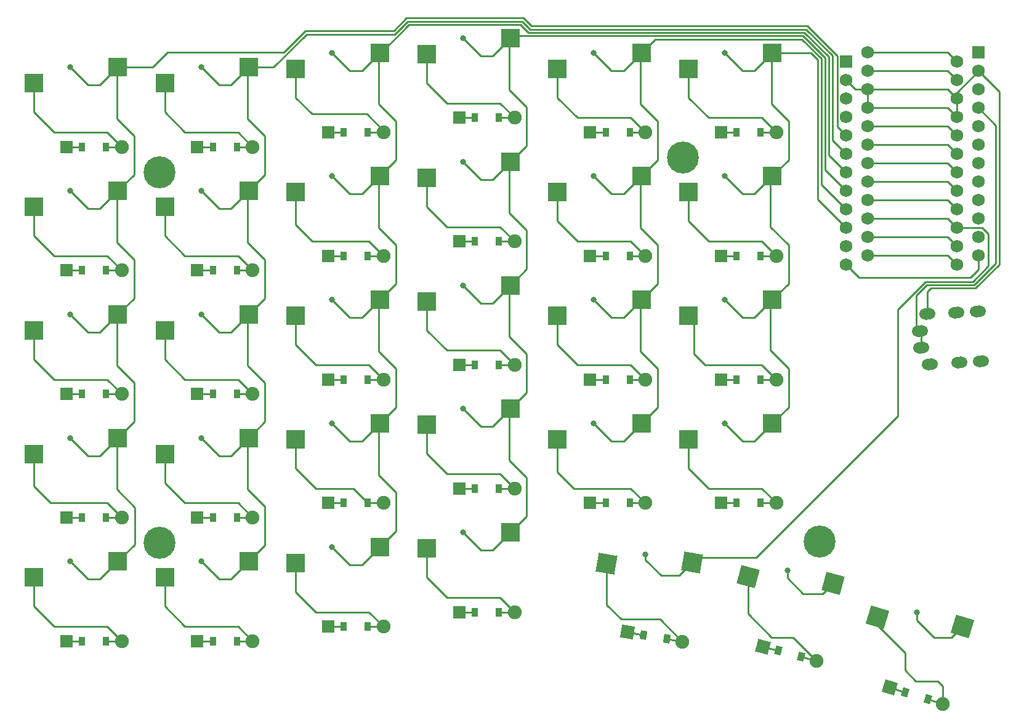
<source format=gbr>
%TF.GenerationSoftware,KiCad,Pcbnew,8.0.4*%
%TF.CreationDate,2024-10-05T17:03:56-04:00*%
%TF.ProjectId,mzizzi-split62,6d7a697a-7a69-42d7-9370-6c697436322e,v1.0.0*%
%TF.SameCoordinates,Original*%
%TF.FileFunction,Copper,L1,Top*%
%TF.FilePolarity,Positive*%
%FSLAX46Y46*%
G04 Gerber Fmt 4.6, Leading zero omitted, Abs format (unit mm)*
G04 Created by KiCad (PCBNEW 8.0.4) date 2024-10-05 17:03:56*
%MOMM*%
%LPD*%
G01*
G04 APERTURE LIST*
G04 Aperture macros list*
%AMHorizOval*
0 Thick line with rounded ends*
0 $1 width*
0 $2 $3 position (X,Y) of the first rounded end (center of the circle)*
0 $4 $5 position (X,Y) of the second rounded end (center of the circle)*
0 Add line between two ends*
20,1,$1,$2,$3,$4,$5,0*
0 Add two circle primitives to create the rounded ends*
1,1,$1,$2,$3*
1,1,$1,$4,$5*%
%AMRotRect*
0 Rectangle, with rotation*
0 The origin of the aperture is its center*
0 $1 length*
0 $2 width*
0 $3 Rotation angle, in degrees counterclockwise*
0 Add horizontal line*
21,1,$1,$2,0,0,$3*%
G04 Aperture macros list end*
%TA.AperFunction,ComponentPad*%
%ADD10R,1.752600X1.752600*%
%TD*%
%TA.AperFunction,ComponentPad*%
%ADD11C,1.752600*%
%TD*%
%TA.AperFunction,SMDPad,CuDef*%
%ADD12R,2.600000X2.600000*%
%TD*%
%TA.AperFunction,ComponentPad*%
%ADD13HorizOval,1.600000X-0.299472X-0.017792X0.299472X0.017792X0*%
%TD*%
%TA.AperFunction,ComponentPad*%
%ADD14R,1.778000X1.778000*%
%TD*%
%TA.AperFunction,SMDPad,CuDef*%
%ADD15R,0.900000X1.200000*%
%TD*%
%TA.AperFunction,ComponentPad*%
%ADD16C,1.905000*%
%TD*%
%TA.AperFunction,ComponentPad*%
%ADD17C,0.700000*%
%TD*%
%TA.AperFunction,ComponentPad*%
%ADD18C,4.400000*%
%TD*%
%TA.AperFunction,SMDPad,CuDef*%
%ADD19RotRect,2.600000X2.600000X345.000000*%
%TD*%
%TA.AperFunction,ComponentPad*%
%ADD20RotRect,1.778000X1.778000X343.000000*%
%TD*%
%TA.AperFunction,SMDPad,CuDef*%
%ADD21RotRect,0.900000X1.200000X343.000000*%
%TD*%
%TA.AperFunction,SMDPad,CuDef*%
%ADD22RotRect,2.600000X2.600000X350.000000*%
%TD*%
%TA.AperFunction,ComponentPad*%
%ADD23RotRect,1.778000X1.778000X350.000000*%
%TD*%
%TA.AperFunction,SMDPad,CuDef*%
%ADD24RotRect,0.900000X1.200000X350.000000*%
%TD*%
%TA.AperFunction,SMDPad,CuDef*%
%ADD25RotRect,2.600000X2.600000X343.000000*%
%TD*%
%TA.AperFunction,ComponentPad*%
%ADD26RotRect,1.778000X1.778000X345.000000*%
%TD*%
%TA.AperFunction,SMDPad,CuDef*%
%ADD27RotRect,0.900000X1.200000X345.000000*%
%TD*%
%TA.AperFunction,ViaPad*%
%ADD28C,0.800000*%
%TD*%
%TA.AperFunction,Conductor*%
%ADD29C,0.250000*%
%TD*%
G04 APERTURE END LIST*
D10*
%TO.P,MCU2,1*%
%TO.N,RAW*%
X271620000Y-74030000D03*
D11*
%TO.P,MCU2,2*%
%TO.N,GND*%
X271620000Y-76570000D03*
%TO.P,MCU2,3*%
%TO.N,RUN*%
X271620000Y-79110000D03*
%TO.P,MCU2,4*%
%TO.N,VCC*%
X271620000Y-81650000D03*
%TO.P,MCU2,5*%
%TO.N,D29*%
X271620000Y-84190000D03*
%TO.P,MCU2,6*%
%TO.N,D28*%
X271620000Y-86730000D03*
%TO.P,MCU2,7*%
%TO.N,D27*%
X271620000Y-89270000D03*
%TO.P,MCU2,8*%
%TO.N,D26*%
X271620000Y-91810000D03*
%TO.P,MCU2,9*%
%TO.N,D22*%
X271620000Y-94350000D03*
%TO.P,MCU2,10*%
%TO.N,D20*%
X271620000Y-96890000D03*
%TO.P,MCU2,11*%
%TO.N,D23*%
X271620000Y-99430000D03*
%TO.P,MCU2,12*%
%TO.N,D21*%
X271620000Y-101970000D03*
%TO.P,MCU2,13*%
%TO.N,D0*%
X256380000Y-74030000D03*
%TO.P,MCU2,14*%
%TO.N,D1*%
X256380000Y-76570000D03*
%TO.P,MCU2,15*%
%TO.N,GND*%
X256380000Y-79110000D03*
%TO.P,MCU2,16*%
X256380000Y-81650000D03*
%TO.P,MCU2,17*%
%TO.N,D2*%
X256380000Y-84190000D03*
%TO.P,MCU2,18*%
%TO.N,D3*%
X256380000Y-86730000D03*
%TO.P,MCU2,19*%
%TO.N,D4*%
X256380000Y-89270000D03*
%TO.P,MCU2,20*%
%TO.N,D5*%
X256380000Y-91810000D03*
%TO.P,MCU2,21*%
%TO.N,D6*%
X256380000Y-94350000D03*
%TO.P,MCU2,22*%
%TO.N,D7*%
X256380000Y-96890000D03*
%TO.P,MCU2,23*%
%TO.N,D8*%
X256380000Y-99430000D03*
%TO.P,MCU2,24*%
%TO.N,D9*%
X256380000Y-101970000D03*
%TD*%
D12*
%TO.P,S11,1*%
%TO.N,D27*%
X189275000Y-142050000D03*
%TO.P,S11,2*%
%TO.N,ring_mod*%
X177725000Y-144250000D03*
%TD*%
D13*
%TO.P,TRRS1,1*%
%TO.N,VCC*%
X263583485Y-112374210D03*
X263719890Y-114670162D03*
%TO.P,TRRS1,2*%
%TO.N,GND*%
X264545144Y-110013022D03*
X264954358Y-116900877D03*
%TO.P,TRRS1,3*%
%TO.N,D1*%
X268538104Y-109775796D03*
X268947318Y-116663651D03*
%TO.P,TRRS1,4*%
%TO.N,D0*%
X271532823Y-109597877D03*
X271942037Y-116485732D03*
%TD*%
D14*
%TO.P,D23,1*%
%TO.N,D3*%
X218190000Y-102000000D03*
D15*
X220350000Y-102000000D03*
%TO.P,D23,2*%
%TO.N,index_top*%
X223650000Y-102000000D03*
D16*
X225810000Y-102000000D03*
%TD*%
D12*
%TO.P,S3,1*%
%TO.N,D29*%
X153275000Y-110050000D03*
%TO.P,S3,2*%
%TO.N,outer_home*%
X141725000Y-112250000D03*
%TD*%
%TO.P,S1,1*%
%TO.N,D29*%
X153275000Y-144050000D03*
%TO.P,S1,2*%
%TO.N,outer_mod*%
X141725000Y-146250000D03*
%TD*%
D14*
%TO.P,D9,1*%
%TO.N,D3*%
X164190000Y-104000000D03*
D15*
X166350000Y-104000000D03*
%TO.P,D9,2*%
%TO.N,pinky_top*%
X169650000Y-104000000D03*
D16*
X171810000Y-104000000D03*
%TD*%
D14*
%TO.P,D20,1*%
%TO.N,D2*%
X200190000Y-83000000D03*
D15*
X202350000Y-83000000D03*
%TO.P,D20,2*%
%TO.N,middle_num*%
X205650000Y-83000000D03*
D16*
X207810000Y-83000000D03*
%TD*%
D14*
%TO.P,D19,1*%
%TO.N,D3*%
X200190000Y-100000000D03*
D15*
X202350000Y-100000000D03*
%TO.P,D19,2*%
%TO.N,middle_top*%
X205650000Y-100000000D03*
D16*
X207810000Y-100000000D03*
%TD*%
D12*
%TO.P,S9,1*%
%TO.N,D28*%
X171275000Y-93050000D03*
%TO.P,S9,2*%
%TO.N,pinky_top*%
X159725000Y-95250000D03*
%TD*%
%TO.P,S8,1*%
%TO.N,D28*%
X171275000Y-110050000D03*
%TO.P,S8,2*%
%TO.N,pinky_home*%
X159725000Y-112250000D03*
%TD*%
%TO.P,S6,1*%
%TO.N,D28*%
X171275000Y-144050000D03*
%TO.P,S6,2*%
%TO.N,pinky_mod*%
X159725000Y-146250000D03*
%TD*%
%TO.P,S27,1*%
%TO.N,D20*%
X243275000Y-91050000D03*
%TO.P,S27,2*%
%TO.N,inner_top*%
X231725000Y-93250000D03*
%TD*%
D17*
%TO.P,_1,1*%
%TO.N,N/C*%
X248204516Y-140866326D03*
X248973294Y-139864434D03*
X248369352Y-142118376D03*
X250225344Y-139699598D03*
D18*
X249798294Y-141293376D03*
D17*
X249371244Y-142887154D03*
X251227236Y-140468376D03*
X250623294Y-142722318D03*
X251392072Y-141720426D03*
%TD*%
D12*
%TO.P,S16,1*%
%TO.N,D26*%
X207275000Y-140050000D03*
%TO.P,S16,2*%
%TO.N,middle_mod*%
X195725000Y-142250000D03*
%TD*%
D14*
%TO.P,D11,1*%
%TO.N,D6*%
X182190000Y-153000000D03*
D15*
X184350000Y-153000000D03*
%TO.P,D11,2*%
%TO.N,ring_mod*%
X187650000Y-153000000D03*
D16*
X189810000Y-153000000D03*
%TD*%
D10*
%TO.P,MCU1,1*%
%TO.N,RAW*%
X253380000Y-75280000D03*
D11*
%TO.P,MCU1,2*%
%TO.N,GND*%
X253380000Y-77820000D03*
%TO.P,MCU1,3*%
%TO.N,RUN*%
X253380000Y-80360000D03*
%TO.P,MCU1,4*%
%TO.N,VCC*%
X253380000Y-82900000D03*
%TO.P,MCU1,5*%
%TO.N,D29*%
X253380000Y-85440000D03*
%TO.P,MCU1,6*%
%TO.N,D28*%
X253380000Y-87980000D03*
%TO.P,MCU1,7*%
%TO.N,D27*%
X253380000Y-90520000D03*
%TO.P,MCU1,8*%
%TO.N,D26*%
X253380000Y-93060000D03*
%TO.P,MCU1,9*%
%TO.N,D22*%
X253380000Y-95600000D03*
%TO.P,MCU1,10*%
%TO.N,D20*%
X253380000Y-98140000D03*
%TO.P,MCU1,11*%
%TO.N,D23*%
X253380000Y-100680000D03*
%TO.P,MCU1,12*%
%TO.N,D21*%
X253380000Y-103220000D03*
%TO.P,MCU1,13*%
%TO.N,D0*%
X268620000Y-75280000D03*
%TO.P,MCU1,14*%
%TO.N,D1*%
X268620000Y-77820000D03*
%TO.P,MCU1,15*%
%TO.N,GND*%
X268620000Y-80360000D03*
%TO.P,MCU1,16*%
X268620000Y-82900000D03*
%TO.P,MCU1,17*%
%TO.N,D2*%
X268620000Y-85440000D03*
%TO.P,MCU1,18*%
%TO.N,D3*%
X268620000Y-87980000D03*
%TO.P,MCU1,19*%
%TO.N,D4*%
X268620000Y-90520000D03*
%TO.P,MCU1,20*%
%TO.N,D5*%
X268620000Y-93060000D03*
%TO.P,MCU1,21*%
%TO.N,D6*%
X268620000Y-95600000D03*
%TO.P,MCU1,22*%
%TO.N,D7*%
X268620000Y-98140000D03*
%TO.P,MCU1,23*%
%TO.N,D8*%
X268620000Y-100680000D03*
%TO.P,MCU1,24*%
%TO.N,D9*%
X268620000Y-103220000D03*
%TD*%
D14*
%TO.P,D7,1*%
%TO.N,D5*%
X164190000Y-138000000D03*
D15*
X166350000Y-138000000D03*
%TO.P,D7,2*%
%TO.N,pinky_bottom*%
X169650000Y-138000000D03*
D16*
X171810000Y-138000000D03*
%TD*%
D14*
%TO.P,D2,1*%
%TO.N,D5*%
X146190000Y-138000000D03*
D15*
X148350000Y-138000000D03*
%TO.P,D2,2*%
%TO.N,outer_bottom*%
X151650000Y-138000000D03*
D16*
X153810000Y-138000000D03*
%TD*%
D14*
%TO.P,D8,1*%
%TO.N,D4*%
X164190000Y-121000000D03*
D15*
X166350000Y-121000000D03*
%TO.P,D8,2*%
%TO.N,pinky_home*%
X169650000Y-121000000D03*
D16*
X171810000Y-121000000D03*
%TD*%
D12*
%TO.P,S28,1*%
%TO.N,D20*%
X243275000Y-74050000D03*
%TO.P,S28,2*%
%TO.N,inner_num*%
X231725000Y-76250000D03*
%TD*%
%TO.P,S2,1*%
%TO.N,D29*%
X153275000Y-127050000D03*
%TO.P,S2,2*%
%TO.N,outer_bottom*%
X141725000Y-129250000D03*
%TD*%
D14*
%TO.P,D12,1*%
%TO.N,D5*%
X182190000Y-136000000D03*
D15*
X184350000Y-136000000D03*
%TO.P,D12,2*%
%TO.N,ring_bottom*%
X187650000Y-136000000D03*
D16*
X189810000Y-136000000D03*
%TD*%
D12*
%TO.P,S10,1*%
%TO.N,D28*%
X171275000Y-76050000D03*
%TO.P,S10,2*%
%TO.N,pinky_num*%
X159725000Y-78250000D03*
%TD*%
%TO.P,S19,1*%
%TO.N,D26*%
X207275000Y-89050000D03*
%TO.P,S19,2*%
%TO.N,middle_top*%
X195725000Y-91250000D03*
%TD*%
D17*
%TO.P,_2,1*%
%TO.N,N/C*%
X229350000Y-88500000D03*
X229833274Y-87333274D03*
X229833274Y-89666726D03*
X231000000Y-86850000D03*
D18*
X231000000Y-88500000D03*
D17*
X231000000Y-90150000D03*
X232166726Y-87333274D03*
X232166726Y-89666726D03*
X232650000Y-88500000D03*
%TD*%
D12*
%TO.P,S20,1*%
%TO.N,D26*%
X207275000Y-72050000D03*
%TO.P,S20,2*%
%TO.N,middle_num*%
X195725000Y-74250000D03*
%TD*%
%TO.P,S14,1*%
%TO.N,D27*%
X189275000Y-91050000D03*
%TO.P,S14,2*%
%TO.N,ring_top*%
X177725000Y-93250000D03*
%TD*%
D14*
%TO.P,D13,1*%
%TO.N,D4*%
X182190000Y-119000000D03*
D15*
X184350000Y-119000000D03*
%TO.P,D13,2*%
%TO.N,ring_home*%
X187650000Y-119000000D03*
D16*
X189810000Y-119000000D03*
%TD*%
D14*
%TO.P,D18,1*%
%TO.N,D4*%
X200190000Y-117000000D03*
D15*
X202350000Y-117000000D03*
%TO.P,D18,2*%
%TO.N,middle_home*%
X205650000Y-117000000D03*
D16*
X207810000Y-117000000D03*
%TD*%
D14*
%TO.P,D21,1*%
%TO.N,D5*%
X218190000Y-136000000D03*
D15*
X220350000Y-136000000D03*
%TO.P,D21,2*%
%TO.N,index_bottom*%
X223650000Y-136000000D03*
D16*
X225810000Y-136000000D03*
%TD*%
D12*
%TO.P,S23,1*%
%TO.N,D22*%
X225275000Y-91050000D03*
%TO.P,S23,2*%
%TO.N,index_top*%
X213725000Y-93250000D03*
%TD*%
D17*
%TO.P,_3,1*%
%TO.N,N/C*%
X157350000Y-90500000D03*
X157833274Y-89333274D03*
X157833274Y-91666726D03*
X159000000Y-88850000D03*
D18*
X159000000Y-90500000D03*
D17*
X159000000Y-92150000D03*
X160166726Y-89333274D03*
X160166726Y-91666726D03*
X160650000Y-90500000D03*
%TD*%
D14*
%TO.P,D26,1*%
%TO.N,D4*%
X236190000Y-119000000D03*
D15*
X238350000Y-119000000D03*
%TO.P,D26,2*%
%TO.N,inner_home*%
X241650000Y-119000000D03*
D16*
X243810000Y-119000000D03*
%TD*%
D12*
%TO.P,S22,1*%
%TO.N,D22*%
X225275000Y-108050000D03*
%TO.P,S22,2*%
%TO.N,index_home*%
X213725000Y-110250000D03*
%TD*%
D14*
%TO.P,D28,1*%
%TO.N,D2*%
X236190000Y-85000000D03*
D15*
X238350000Y-85000000D03*
%TO.P,D28,2*%
%TO.N,inner_num*%
X241650000Y-85000000D03*
D16*
X243810000Y-85000000D03*
%TD*%
D14*
%TO.P,D25,1*%
%TO.N,D5*%
X236190000Y-136000000D03*
D15*
X238350000Y-136000000D03*
%TO.P,D25,2*%
%TO.N,inner_bottom*%
X241650000Y-136000000D03*
D16*
X243810000Y-136000000D03*
%TD*%
D12*
%TO.P,S13,1*%
%TO.N,D27*%
X189275000Y-108050000D03*
%TO.P,S13,2*%
%TO.N,ring_home*%
X177725000Y-110250000D03*
%TD*%
D14*
%TO.P,D6,1*%
%TO.N,D6*%
X164190000Y-155000000D03*
D15*
X166350000Y-155000000D03*
%TO.P,D6,2*%
%TO.N,pinky_mod*%
X169650000Y-155000000D03*
D16*
X171810000Y-155000000D03*
%TD*%
D12*
%TO.P,S7,1*%
%TO.N,D28*%
X171275000Y-127050000D03*
%TO.P,S7,2*%
%TO.N,pinky_bottom*%
X159725000Y-129250000D03*
%TD*%
%TO.P,S25,1*%
%TO.N,D20*%
X243275000Y-125050000D03*
%TO.P,S25,2*%
%TO.N,inner_bottom*%
X231725000Y-127250000D03*
%TD*%
%TO.P,S18,1*%
%TO.N,D26*%
X207275000Y-106050000D03*
%TO.P,S18,2*%
%TO.N,middle_home*%
X195725000Y-108250000D03*
%TD*%
D19*
%TO.P,S30,1*%
%TO.N,D8*%
X251654665Y-147018934D03*
%TO.P,S30,2*%
%TO.N,thumbMiddle_thumb*%
X239928820Y-146154611D03*
%TD*%
D14*
%TO.P,D3,1*%
%TO.N,D4*%
X146190000Y-121000000D03*
D15*
X148350000Y-121000000D03*
%TO.P,D3,2*%
%TO.N,outer_home*%
X151650000Y-121000000D03*
D16*
X153810000Y-121000000D03*
%TD*%
D14*
%TO.P,D27,1*%
%TO.N,D3*%
X236190000Y-102000000D03*
D15*
X238350000Y-102000000D03*
%TO.P,D27,2*%
%TO.N,inner_top*%
X241650000Y-102000000D03*
D16*
X243810000Y-102000000D03*
%TD*%
D12*
%TO.P,S24,1*%
%TO.N,D22*%
X225275000Y-74050000D03*
%TO.P,S24,2*%
%TO.N,index_num*%
X213725000Y-76250000D03*
%TD*%
D20*
%TO.P,D31,1*%
%TO.N,D23*%
X259442282Y-161390555D03*
D21*
X261507900Y-162022078D03*
%TO.P,D31,2*%
%TO.N,thumbOuter_thumb*%
X264663706Y-162986904D03*
D16*
X266729324Y-163618427D03*
%TD*%
D12*
%TO.P,S12,1*%
%TO.N,D27*%
X189275000Y-125050000D03*
%TO.P,S12,2*%
%TO.N,ring_bottom*%
X177725000Y-127250000D03*
%TD*%
%TO.P,S5,1*%
%TO.N,D29*%
X153275000Y-76050000D03*
%TO.P,S5,2*%
%TO.N,outer_num*%
X141725000Y-78250000D03*
%TD*%
D14*
%TO.P,D10,1*%
%TO.N,D2*%
X164190000Y-87000000D03*
D15*
X166350000Y-87000000D03*
%TO.P,D10,2*%
%TO.N,pinky_num*%
X169650000Y-87000000D03*
D16*
X171810000Y-87000000D03*
%TD*%
D22*
%TO.P,S29,1*%
%TO.N,D7*%
X232258452Y-144209092D03*
%TO.P,S29,2*%
%TO.N,thumbInner_thumb*%
X220501897Y-144370032D03*
%TD*%
D23*
%TO.P,D29,1*%
%TO.N,D23*%
X223379640Y-153762439D03*
D24*
X225506826Y-154137520D03*
%TO.P,D29,2*%
%TO.N,thumbInner_thumb*%
X228756692Y-154710558D03*
D16*
X230883878Y-155085639D03*
%TD*%
D14*
%TO.P,D17,1*%
%TO.N,D5*%
X200190000Y-134000000D03*
D15*
X202350000Y-134000000D03*
%TO.P,D17,2*%
%TO.N,middle_bottom*%
X205650000Y-134000000D03*
D16*
X207810000Y-134000000D03*
%TD*%
D12*
%TO.P,S15,1*%
%TO.N,D27*%
X189275000Y-74050000D03*
%TO.P,S15,2*%
%TO.N,ring_num*%
X177725000Y-76250000D03*
%TD*%
D14*
%TO.P,D15,1*%
%TO.N,D2*%
X182190000Y-85000000D03*
D15*
X184350000Y-85000000D03*
%TO.P,D15,2*%
%TO.N,ring_num*%
X187650000Y-85000000D03*
D16*
X189810000Y-85000000D03*
%TD*%
D14*
%TO.P,D5,1*%
%TO.N,D2*%
X146190000Y-87000000D03*
D15*
X148350000Y-87000000D03*
%TO.P,D5,2*%
%TO.N,outer_num*%
X151650000Y-87000000D03*
D16*
X153810000Y-87000000D03*
%TD*%
D12*
%TO.P,S4,1*%
%TO.N,D29*%
X153275000Y-93050000D03*
%TO.P,S4,2*%
%TO.N,outer_top*%
X141725000Y-95250000D03*
%TD*%
D17*
%TO.P,_4,1*%
%TO.N,N/C*%
X157350000Y-141500000D03*
X157833274Y-140333274D03*
X157833274Y-142666726D03*
X159000000Y-139850000D03*
D18*
X159000000Y-141500000D03*
D17*
X159000000Y-143150000D03*
X160166726Y-140333274D03*
X160166726Y-142666726D03*
X160650000Y-141500000D03*
%TD*%
D12*
%TO.P,S26,1*%
%TO.N,D20*%
X243275000Y-108050000D03*
%TO.P,S26,2*%
%TO.N,inner_home*%
X231725000Y-110250000D03*
%TD*%
D14*
%TO.P,D24,1*%
%TO.N,D2*%
X218190000Y-85000000D03*
D15*
X220350000Y-85000000D03*
%TO.P,D24,2*%
%TO.N,index_num*%
X223650000Y-85000000D03*
D16*
X225810000Y-85000000D03*
%TD*%
D25*
%TO.P,S31,1*%
%TO.N,D9*%
X269419171Y-152990472D03*
%TO.P,S31,2*%
%TO.N,thumbOuter_thumb*%
X257730633Y-151717449D03*
%TD*%
D12*
%TO.P,S17,1*%
%TO.N,D26*%
X207275000Y-123050000D03*
%TO.P,S17,2*%
%TO.N,middle_bottom*%
X195725000Y-125250000D03*
%TD*%
D14*
%TO.P,D1,1*%
%TO.N,D6*%
X146190000Y-155000000D03*
D15*
X148350000Y-155000000D03*
%TO.P,D1,2*%
%TO.N,outer_mod*%
X151650000Y-155000000D03*
D16*
X153810000Y-155000000D03*
%TD*%
D14*
%TO.P,D22,1*%
%TO.N,D4*%
X218190000Y-119000000D03*
D15*
X220350000Y-119000000D03*
%TO.P,D22,2*%
%TO.N,index_home*%
X223650000Y-119000000D03*
D16*
X225810000Y-119000000D03*
%TD*%
D14*
%TO.P,D4,1*%
%TO.N,D3*%
X146190000Y-104000000D03*
D15*
X148350000Y-104000000D03*
%TO.P,D4,2*%
%TO.N,outer_top*%
X151650000Y-104000000D03*
D16*
X153810000Y-104000000D03*
%TD*%
D26*
%TO.P,D30,1*%
%TO.N,D23*%
X241977012Y-155762088D03*
D27*
X244063411Y-156321140D03*
%TO.P,D30,2*%
%TO.N,thumbMiddle_thumb*%
X247250967Y-157175240D03*
D16*
X249337366Y-157734292D03*
%TD*%
D14*
%TO.P,D16,1*%
%TO.N,D6*%
X200190000Y-151000000D03*
D15*
X202350000Y-151000000D03*
%TO.P,D16,2*%
%TO.N,middle_mod*%
X205650000Y-151000000D03*
D16*
X207810000Y-151000000D03*
%TD*%
D12*
%TO.P,S21,1*%
%TO.N,D22*%
X225275000Y-125050000D03*
%TO.P,S21,2*%
%TO.N,index_bottom*%
X213725000Y-127250000D03*
%TD*%
D14*
%TO.P,D14,1*%
%TO.N,D3*%
X182190000Y-102000000D03*
D15*
X184350000Y-102000000D03*
%TO.P,D14,2*%
%TO.N,ring_top*%
X187650000Y-102000000D03*
D16*
X189810000Y-102000000D03*
%TD*%
D28*
%TO.N,D22*%
X218725000Y-91050000D03*
%TO.N,D9*%
X263155375Y-151075437D03*
%TO.N,D8*%
X245327851Y-145323669D03*
%TO.N,D7*%
X225807961Y-143071696D03*
%TO.N,D29*%
X146725000Y-144050000D03*
X146725000Y-93050000D03*
X146725000Y-76050000D03*
X146725000Y-127050000D03*
X146725000Y-110050000D03*
%TO.N,D28*%
X164725000Y-76050000D03*
X164725000Y-127050000D03*
X164725000Y-110050000D03*
X164725000Y-93050000D03*
X164725000Y-144050000D03*
%TO.N,D27*%
X182725000Y-74050000D03*
X182725000Y-108050000D03*
X182725000Y-91050000D03*
X182725000Y-125050000D03*
X182725000Y-142050000D03*
%TO.N,D26*%
X200725000Y-123050000D03*
X200725000Y-89050000D03*
X200725000Y-140050000D03*
X200725000Y-106050000D03*
X200725000Y-72050000D03*
%TO.N,D22*%
X218725000Y-74050000D03*
X218725000Y-108050000D03*
X218725000Y-125050000D03*
%TO.N,D20*%
X236725000Y-108050000D03*
X236725000Y-91050000D03*
X236725000Y-125050000D03*
X236725000Y-74050000D03*
%TD*%
D29*
%TO.N,GND*%
X254670000Y-79110000D02*
X256380000Y-79110000D01*
X253380000Y-77820000D02*
X254670000Y-79110000D01*
X271620000Y-76570000D02*
X268620000Y-79570000D01*
X268620000Y-79570000D02*
X268620000Y-80360000D01*
X256380000Y-81650000D02*
X256380000Y-79110000D01*
X268620000Y-82900000D02*
X268620000Y-80360000D01*
%TO.N,D22*%
X221175000Y-93500000D02*
X218725000Y-91050000D01*
X222825000Y-93500000D02*
X221175000Y-93500000D01*
X225275000Y-91050000D02*
X222825000Y-93500000D01*
%TO.N,D21*%
X270500000Y-105000000D02*
X255160000Y-105000000D01*
X255160000Y-105000000D02*
X253380000Y-103220000D01*
X271620000Y-103880000D02*
X270500000Y-105000000D01*
X271620000Y-101970000D02*
X271620000Y-103880000D01*
%TO.N,D9*%
X263155375Y-152155375D02*
X263155375Y-151075437D01*
X265500000Y-154500000D02*
X263155375Y-152155375D01*
X267909643Y-154500000D02*
X265500000Y-154500000D01*
X269419171Y-152990472D02*
X267909643Y-154500000D01*
%TO.N,D8*%
X245327851Y-146327851D02*
X245327851Y-145323669D01*
X250173599Y-148500000D02*
X247500000Y-148500000D01*
X251654665Y-147018934D02*
X250173599Y-148500000D01*
X247500000Y-148500000D02*
X245327851Y-146327851D01*
%TO.N,D7*%
X230467544Y-146000000D02*
X228000000Y-146000000D01*
X225807961Y-143807961D02*
X225807961Y-143071696D01*
X232258452Y-144209092D02*
X230467544Y-146000000D01*
X228000000Y-146000000D02*
X225807961Y-143807961D01*
%TO.N,thumbOuter_thumb*%
X266729324Y-161229324D02*
X266729324Y-163618427D01*
X263000000Y-160500000D02*
X266000000Y-160500000D01*
X261500000Y-159000000D02*
X263000000Y-160500000D01*
X266000000Y-160500000D02*
X266729324Y-161229324D01*
X257730633Y-152823888D02*
X261500000Y-156593255D01*
X261500000Y-156593255D02*
X261500000Y-159000000D01*
X257730633Y-151717449D02*
X257730633Y-152823888D01*
X266118427Y-163618427D02*
X266729324Y-163618427D01*
%TO.N,thumbMiddle_thumb*%
X246103074Y-154500000D02*
X249337366Y-157734292D01*
X243195980Y-154500000D02*
X246103074Y-154500000D01*
X239928820Y-151232840D02*
X243195980Y-154500000D01*
X239928820Y-146154611D02*
X239928820Y-151232840D01*
%TO.N,thumbInner_thumb*%
X227798239Y-152000000D02*
X230883878Y-155085639D01*
X222500000Y-152000000D02*
X227798239Y-152000000D01*
X220501897Y-150001897D02*
X222500000Y-152000000D01*
X220501897Y-144370032D02*
X220501897Y-150001897D01*
%TO.N,D26*%
X250500000Y-90180000D02*
X253380000Y-93060000D01*
X247497792Y-71725000D02*
X250500000Y-74727208D01*
X250500000Y-74727208D02*
X250500000Y-90180000D01*
X207275000Y-72050000D02*
X207600000Y-71725000D01*
X207600000Y-71725000D02*
X247497792Y-71725000D01*
%TO.N,D22*%
X250000000Y-74863604D02*
X250000000Y-92220000D01*
X250000000Y-92220000D02*
X253380000Y-95600000D01*
X227150000Y-72175000D02*
X247311396Y-72175000D01*
X247311396Y-72175000D02*
X250000000Y-74863604D01*
X225275000Y-74050000D02*
X227150000Y-72175000D01*
%TO.N,D20*%
X249500000Y-75000000D02*
X249500000Y-94260000D01*
X249500000Y-94260000D02*
X253380000Y-98140000D01*
X248550000Y-74050000D02*
X249500000Y-75000000D01*
X243275000Y-74050000D02*
X248550000Y-74050000D01*
%TO.N,D29*%
X155500000Y-119500000D02*
X155500000Y-124825000D01*
X153275000Y-127050000D02*
X150825000Y-129500000D01*
X153275000Y-93050000D02*
X150825000Y-95500000D01*
X155625000Y-141700000D02*
X153275000Y-144050000D01*
X149175000Y-112500000D02*
X146725000Y-110050000D01*
X155500000Y-107825000D02*
X153275000Y-110050000D01*
X149175000Y-129500000D02*
X146725000Y-127050000D01*
X153125000Y-76200000D02*
X153125000Y-83125000D01*
X155625000Y-136645890D02*
X155625000Y-141700000D01*
X150825000Y-112500000D02*
X149175000Y-112500000D01*
X155500000Y-102500000D02*
X155500000Y-107825000D01*
X155500000Y-85500000D02*
X155500000Y-90825000D01*
X153275000Y-144050000D02*
X150825000Y-146500000D01*
X153275000Y-127050000D02*
X153125000Y-127200000D01*
X153275000Y-76050000D02*
X150825000Y-78500000D01*
X153125000Y-83125000D02*
X155500000Y-85500000D01*
X150825000Y-146500000D02*
X149175000Y-146500000D01*
X155500000Y-90825000D02*
X153275000Y-93050000D01*
X149175000Y-95500000D02*
X146725000Y-93050000D01*
X153125000Y-117125000D02*
X155500000Y-119500000D01*
X150825000Y-78500000D02*
X149175000Y-78500000D01*
X150825000Y-129500000D02*
X149175000Y-129500000D01*
X153275000Y-110050000D02*
X153125000Y-110200000D01*
X150825000Y-95500000D02*
X149175000Y-95500000D01*
X155500000Y-124825000D02*
X153275000Y-127050000D01*
X149175000Y-146500000D02*
X146725000Y-144050000D01*
X149175000Y-78500000D02*
X146725000Y-76050000D01*
X153125000Y-110200000D02*
X153125000Y-117125000D01*
X153125000Y-134145890D02*
X155625000Y-136645890D01*
X153275000Y-110050000D02*
X150825000Y-112500000D01*
X153125000Y-100125000D02*
X155500000Y-102500000D01*
X153275000Y-93050000D02*
X153125000Y-93200000D01*
X153275000Y-76050000D02*
X153125000Y-76200000D01*
X153125000Y-93200000D02*
X153125000Y-100125000D01*
X153125000Y-127200000D02*
X153125000Y-134145890D01*
%TO.N,outer_mod*%
X141725000Y-150225000D02*
X144500000Y-153000000D01*
X153810000Y-155000000D02*
X151650000Y-155000000D01*
X144500000Y-153000000D02*
X151810000Y-153000000D01*
X151810000Y-153000000D02*
X153810000Y-155000000D01*
X141725000Y-146250000D02*
X141725000Y-150225000D01*
%TO.N,outer_bottom*%
X141725000Y-129250000D02*
X141725000Y-133725000D01*
X141725000Y-133725000D02*
X144000000Y-136000000D01*
X153810000Y-138000000D02*
X151650000Y-138000000D01*
X151810000Y-136000000D02*
X153810000Y-138000000D01*
X144000000Y-136000000D02*
X151810000Y-136000000D01*
%TO.N,outer_home*%
X144500000Y-119000000D02*
X151810000Y-119000000D01*
X141725000Y-116225000D02*
X144500000Y-119000000D01*
X141725000Y-112250000D02*
X141725000Y-116225000D01*
X153810000Y-121000000D02*
X151650000Y-121000000D01*
X151810000Y-119000000D02*
X153810000Y-121000000D01*
%TO.N,outer_top*%
X141725000Y-95250000D02*
X141725000Y-99225000D01*
X151650000Y-104000000D02*
X153810000Y-104000000D01*
X151810000Y-102000000D02*
X153810000Y-104000000D01*
X141725000Y-99225000D02*
X144500000Y-102000000D01*
X144500000Y-102000000D02*
X151810000Y-102000000D01*
%TO.N,outer_num*%
X144500000Y-85000000D02*
X151810000Y-85000000D01*
X153810000Y-87000000D02*
X151650000Y-87000000D01*
X141725000Y-78250000D02*
X141725000Y-82225000D01*
X151810000Y-85000000D02*
X153810000Y-87000000D01*
X141725000Y-82225000D02*
X144500000Y-85000000D01*
%TO.N,D28*%
X171275000Y-110050000D02*
X168825000Y-112500000D01*
X173500000Y-90825000D02*
X171275000Y-93050000D01*
X173500000Y-141825000D02*
X171275000Y-144050000D01*
X167175000Y-112500000D02*
X164725000Y-110050000D01*
X171125000Y-110200000D02*
X171125000Y-117125000D01*
X173500000Y-85500000D02*
X173500000Y-90825000D01*
X171275000Y-127050000D02*
X168825000Y-129500000D01*
X167175000Y-78500000D02*
X164725000Y-76050000D01*
X171125000Y-100125000D02*
X173500000Y-102500000D01*
X171125000Y-83125000D02*
X173500000Y-85500000D01*
X167175000Y-129500000D02*
X164725000Y-127050000D01*
X173500000Y-102500000D02*
X173500000Y-107825000D01*
X173500000Y-119500000D02*
X173500000Y-124825000D01*
X168825000Y-78500000D02*
X167175000Y-78500000D01*
X171125000Y-93200000D02*
X171125000Y-100125000D01*
X168825000Y-146500000D02*
X167175000Y-146500000D01*
X171275000Y-127050000D02*
X171125000Y-127200000D01*
X171275000Y-76050000D02*
X168825000Y-78500000D01*
X171275000Y-110050000D02*
X171125000Y-110200000D01*
X171125000Y-76200000D02*
X171125000Y-83125000D01*
X171125000Y-117125000D02*
X173500000Y-119500000D01*
X167175000Y-95500000D02*
X164725000Y-93050000D01*
X171275000Y-76050000D02*
X171125000Y-76200000D01*
X171275000Y-144050000D02*
X168825000Y-146500000D01*
X168825000Y-95500000D02*
X167175000Y-95500000D01*
X171125000Y-134125000D02*
X173500000Y-136500000D01*
X173500000Y-124825000D02*
X171275000Y-127050000D01*
X168825000Y-112500000D02*
X167175000Y-112500000D01*
X173500000Y-107825000D02*
X171275000Y-110050000D01*
X167175000Y-146500000D02*
X164725000Y-144050000D01*
X171275000Y-93050000D02*
X168825000Y-95500000D01*
X173500000Y-136500000D02*
X173500000Y-141825000D01*
X171125000Y-127200000D02*
X171125000Y-134125000D01*
X168825000Y-129500000D02*
X167175000Y-129500000D01*
X171275000Y-93050000D02*
X171125000Y-93200000D01*
%TO.N,pinky_mod*%
X162500000Y-153000000D02*
X169810000Y-153000000D01*
X159725000Y-146250000D02*
X159725000Y-150225000D01*
X159725000Y-150225000D02*
X162500000Y-153000000D01*
X169810000Y-153000000D02*
X171810000Y-155000000D01*
X171810000Y-155000000D02*
X169650000Y-155000000D01*
%TO.N,pinky_bottom*%
X162500000Y-136000000D02*
X169810000Y-136000000D01*
X159725000Y-133225000D02*
X162500000Y-136000000D01*
X169650000Y-138000000D02*
X171810000Y-138000000D01*
X169810000Y-136000000D02*
X171810000Y-138000000D01*
X159725000Y-129250000D02*
X159725000Y-133225000D01*
%TO.N,pinky_home*%
X169810000Y-119000000D02*
X171810000Y-121000000D01*
X159725000Y-116225000D02*
X162500000Y-119000000D01*
X171810000Y-121000000D02*
X169650000Y-121000000D01*
X162500000Y-119000000D02*
X169810000Y-119000000D01*
X159725000Y-112250000D02*
X159725000Y-116225000D01*
%TO.N,pinky_top*%
X159725000Y-95250000D02*
X159725000Y-99225000D01*
X169650000Y-104000000D02*
X171810000Y-104000000D01*
X162500000Y-102000000D02*
X169810000Y-102000000D01*
X169810000Y-102000000D02*
X171810000Y-104000000D01*
X159725000Y-99225000D02*
X162500000Y-102000000D01*
%TO.N,pinky_num*%
X171810000Y-87000000D02*
X169650000Y-87000000D01*
X162500000Y-85000000D02*
X169810000Y-85000000D01*
X159725000Y-78250000D02*
X159725000Y-82225000D01*
X159725000Y-82225000D02*
X162500000Y-85000000D01*
X169810000Y-85000000D02*
X171810000Y-87000000D01*
%TO.N,D27*%
X191500000Y-122825000D02*
X189275000Y-125050000D01*
X185175000Y-144500000D02*
X182725000Y-142050000D01*
X191500000Y-139825000D02*
X189275000Y-142050000D01*
X189275000Y-91050000D02*
X186825000Y-93500000D01*
X191500000Y-105825000D02*
X189275000Y-108050000D01*
X189275000Y-125050000D02*
X189125000Y-125200000D01*
X189275000Y-108050000D02*
X189125000Y-108200000D01*
X191500000Y-134500000D02*
X191500000Y-139825000D01*
X189275000Y-91050000D02*
X189125000Y-91200000D01*
X189275000Y-142050000D02*
X186825000Y-144500000D01*
X189125000Y-91200000D02*
X189125000Y-98125000D01*
X186825000Y-93500000D02*
X185175000Y-93500000D01*
X189125000Y-115125000D02*
X191500000Y-117500000D01*
X186825000Y-110500000D02*
X185175000Y-110500000D01*
X189125000Y-132125000D02*
X191500000Y-134500000D01*
X189125000Y-125200000D02*
X189125000Y-132125000D01*
X189275000Y-125050000D02*
X186825000Y-127500000D01*
X189275000Y-74050000D02*
X189125000Y-74200000D01*
X191500000Y-83500000D02*
X191500000Y-88825000D01*
X189125000Y-81125000D02*
X191500000Y-83500000D01*
X191500000Y-100500000D02*
X191500000Y-105825000D01*
X191500000Y-117500000D02*
X191500000Y-122825000D01*
X185175000Y-93500000D02*
X182725000Y-91050000D01*
X189275000Y-74050000D02*
X186825000Y-76500000D01*
X189125000Y-108200000D02*
X189125000Y-115125000D01*
X186825000Y-127500000D02*
X185175000Y-127500000D01*
X185175000Y-110500000D02*
X182725000Y-108050000D01*
X189125000Y-98125000D02*
X191500000Y-100500000D01*
X189275000Y-108050000D02*
X186825000Y-110500000D01*
X186825000Y-76500000D02*
X185175000Y-76500000D01*
X185175000Y-76500000D02*
X182725000Y-74050000D01*
X185175000Y-127500000D02*
X182725000Y-125050000D01*
X186825000Y-144500000D02*
X185175000Y-144500000D01*
X191500000Y-88825000D02*
X189275000Y-91050000D01*
X189125000Y-74200000D02*
X189125000Y-81125000D01*
%TO.N,ring_mod*%
X177725000Y-148225000D02*
X180500000Y-151000000D01*
X177725000Y-144250000D02*
X177725000Y-148225000D01*
X187810000Y-151000000D02*
X189810000Y-153000000D01*
X189810000Y-153000000D02*
X187650000Y-153000000D01*
X180500000Y-151000000D02*
X187810000Y-151000000D01*
%TO.N,ring_bottom*%
X180500000Y-134000000D02*
X185650000Y-134000000D01*
X177725000Y-131225000D02*
X180500000Y-134000000D01*
X177725000Y-127250000D02*
X177725000Y-131225000D01*
X187650000Y-136000000D02*
X189810000Y-136000000D01*
X185650000Y-134000000D02*
X187650000Y-136000000D01*
%TO.N,ring_home*%
X177725000Y-114225000D02*
X180500000Y-117000000D01*
X177725000Y-110250000D02*
X177725000Y-114225000D01*
X180500000Y-117000000D02*
X187810000Y-117000000D01*
X187810000Y-117000000D02*
X189810000Y-119000000D01*
X189810000Y-119000000D02*
X187650000Y-119000000D01*
%TO.N,ring_top*%
X187650000Y-102000000D02*
X189810000Y-102000000D01*
X177725000Y-93250000D02*
X177725000Y-97725000D01*
X177725000Y-97725000D02*
X180000000Y-100000000D01*
X180000000Y-100000000D02*
X187810000Y-100000000D01*
X187810000Y-100000000D02*
X189810000Y-102000000D01*
%TO.N,ring_num*%
X180000000Y-82500000D02*
X187500000Y-82500000D01*
X189810000Y-85000000D02*
X187650000Y-85000000D01*
X177725000Y-76250000D02*
X177725000Y-80225000D01*
X187500000Y-82500000D02*
X189810000Y-84810000D01*
X189810000Y-84810000D02*
X189810000Y-85000000D01*
X177725000Y-80225000D02*
X180000000Y-82500000D01*
%TO.N,D26*%
X207275000Y-106050000D02*
X207125000Y-106200000D01*
X209500000Y-86825000D02*
X207275000Y-89050000D01*
X207275000Y-89050000D02*
X207125000Y-89200000D01*
X203175000Y-74500000D02*
X200725000Y-72050000D01*
X207125000Y-79125000D02*
X209500000Y-81500000D01*
X203175000Y-91500000D02*
X200725000Y-89050000D01*
X209500000Y-115500000D02*
X209500000Y-120825000D01*
X204825000Y-142500000D02*
X203175000Y-142500000D01*
X207275000Y-123050000D02*
X204825000Y-125500000D01*
X204825000Y-74500000D02*
X203175000Y-74500000D01*
X204825000Y-108500000D02*
X203175000Y-108500000D01*
X207275000Y-72050000D02*
X204825000Y-74500000D01*
X207125000Y-106200000D02*
X207125000Y-113125000D01*
X209500000Y-132500000D02*
X209500000Y-137825000D01*
X209500000Y-81500000D02*
X209500000Y-86825000D01*
X209500000Y-103825000D02*
X207275000Y-106050000D01*
X203175000Y-108500000D02*
X200725000Y-106050000D01*
X203175000Y-125500000D02*
X200725000Y-123050000D01*
X209500000Y-98500000D02*
X209500000Y-103825000D01*
X209500000Y-137825000D02*
X207275000Y-140050000D01*
X204825000Y-91500000D02*
X203175000Y-91500000D01*
X207125000Y-96125000D02*
X209500000Y-98500000D01*
X204825000Y-125500000D02*
X203175000Y-125500000D01*
X209500000Y-120825000D02*
X207275000Y-123050000D01*
X207275000Y-123050000D02*
X207125000Y-123200000D01*
X207275000Y-140050000D02*
X204825000Y-142500000D01*
X207275000Y-72050000D02*
X207125000Y-72200000D01*
X207275000Y-89050000D02*
X204825000Y-91500000D01*
X207125000Y-89200000D02*
X207125000Y-96125000D01*
X203175000Y-142500000D02*
X200725000Y-140050000D01*
X207125000Y-123200000D02*
X207125000Y-130125000D01*
X207125000Y-72200000D02*
X207125000Y-79125000D01*
X207275000Y-106050000D02*
X204825000Y-108500000D01*
X207125000Y-113125000D02*
X209500000Y-115500000D01*
X207125000Y-130125000D02*
X209500000Y-132500000D01*
%TO.N,middle_mod*%
X195725000Y-142250000D02*
X195725000Y-146225000D01*
X195725000Y-146225000D02*
X198500000Y-149000000D01*
X205810000Y-149000000D02*
X207810000Y-151000000D01*
X207810000Y-151000000D02*
X205650000Y-151000000D01*
X198500000Y-149000000D02*
X205810000Y-149000000D01*
%TO.N,middle_bottom*%
X195725000Y-129225000D02*
X198500000Y-132000000D01*
X195725000Y-125250000D02*
X195725000Y-129225000D01*
X205810000Y-132000000D02*
X207810000Y-134000000D01*
X198500000Y-132000000D02*
X205810000Y-132000000D01*
X205650000Y-134000000D02*
X207810000Y-134000000D01*
%TO.N,middle_home*%
X195725000Y-108250000D02*
X195725000Y-112225000D01*
X207810000Y-117000000D02*
X205650000Y-117000000D01*
X195725000Y-112225000D02*
X198500000Y-115000000D01*
X198500000Y-115000000D02*
X205810000Y-115000000D01*
X205810000Y-115000000D02*
X207810000Y-117000000D01*
%TO.N,middle_top*%
X205810000Y-98000000D02*
X207810000Y-100000000D01*
X195725000Y-95225000D02*
X198500000Y-98000000D01*
X195725000Y-91250000D02*
X195725000Y-95225000D01*
X198500000Y-98000000D02*
X205810000Y-98000000D01*
X205650000Y-100000000D02*
X207810000Y-100000000D01*
%TO.N,middle_num*%
X205810000Y-81000000D02*
X207810000Y-83000000D01*
X195725000Y-74250000D02*
X195725000Y-78225000D01*
X198500000Y-81000000D02*
X205810000Y-81000000D01*
X195725000Y-78225000D02*
X198500000Y-81000000D01*
X207810000Y-83000000D02*
X205650000Y-83000000D01*
%TO.N,D22*%
X227500000Y-100500000D02*
X227500000Y-105825000D01*
X227500000Y-83441671D02*
X227500000Y-88825000D01*
X225275000Y-108050000D02*
X222825000Y-110500000D01*
X225125000Y-98125000D02*
X227500000Y-100500000D01*
X225125000Y-74200000D02*
X225125000Y-81066671D01*
X221175000Y-76500000D02*
X218725000Y-74050000D01*
X227500000Y-117500000D02*
X227500000Y-122825000D01*
X227500000Y-88825000D02*
X225275000Y-91050000D01*
X222825000Y-110500000D02*
X221175000Y-110500000D01*
X225275000Y-74050000D02*
X222825000Y-76500000D01*
X222825000Y-127500000D02*
X221175000Y-127500000D01*
X225125000Y-81066671D02*
X227500000Y-83441671D01*
X225275000Y-108050000D02*
X225125000Y-108200000D01*
X222825000Y-76500000D02*
X221175000Y-76500000D01*
X221175000Y-127500000D02*
X218725000Y-125050000D01*
X225275000Y-74050000D02*
X225125000Y-74200000D01*
X227500000Y-105825000D02*
X225275000Y-108050000D01*
X225125000Y-91200000D02*
X225125000Y-98125000D01*
X225125000Y-115125000D02*
X227500000Y-117500000D01*
X221175000Y-110500000D02*
X218725000Y-108050000D01*
X225275000Y-91050000D02*
X225125000Y-91200000D01*
X227500000Y-122825000D02*
X225275000Y-125050000D01*
X225275000Y-125050000D02*
X222825000Y-127500000D01*
X225125000Y-108200000D02*
X225125000Y-115125000D01*
%TO.N,index_bottom*%
X213725000Y-127250000D02*
X213725000Y-131725000D01*
X213725000Y-131725000D02*
X216000000Y-134000000D01*
X223810000Y-134000000D02*
X225810000Y-136000000D01*
X216000000Y-134000000D02*
X223810000Y-134000000D01*
X223650000Y-136000000D02*
X225810000Y-136000000D01*
%TO.N,index_home*%
X213725000Y-110250000D02*
X213725000Y-114225000D01*
X223810000Y-117000000D02*
X225810000Y-119000000D01*
X216500000Y-117000000D02*
X223810000Y-117000000D01*
X225810000Y-119000000D02*
X223650000Y-119000000D01*
X213725000Y-114225000D02*
X216500000Y-117000000D01*
%TO.N,index_top*%
X223810000Y-100000000D02*
X225810000Y-102000000D01*
X213725000Y-97225000D02*
X216500000Y-100000000D01*
X223650000Y-102000000D02*
X225810000Y-102000000D01*
X213725000Y-93250000D02*
X213725000Y-97225000D01*
X216500000Y-100000000D02*
X223810000Y-100000000D01*
%TO.N,index_num*%
X225810000Y-85000000D02*
X223650000Y-85000000D01*
X216500000Y-83000000D02*
X223810000Y-83000000D01*
X213725000Y-76250000D02*
X213725000Y-80225000D01*
X223810000Y-83000000D02*
X225810000Y-85000000D01*
X213725000Y-80225000D02*
X216500000Y-83000000D01*
%TO.N,D20*%
X243125000Y-81125000D02*
X245500000Y-83500000D01*
X243275000Y-125050000D02*
X240825000Y-127500000D01*
X245500000Y-83500000D02*
X245500000Y-88825000D01*
X239175000Y-110500000D02*
X236725000Y-108050000D01*
X243275000Y-74050000D02*
X240825000Y-76500000D01*
X245500000Y-100500000D02*
X245500000Y-105825000D01*
X240825000Y-110500000D02*
X239175000Y-110500000D01*
X245500000Y-117500000D02*
X245500000Y-122825000D01*
X245500000Y-105825000D02*
X243275000Y-108050000D01*
X243000000Y-98000000D02*
X245500000Y-100500000D01*
X245500000Y-122825000D02*
X243275000Y-125050000D01*
X243275000Y-108050000D02*
X240825000Y-110500000D01*
X243125000Y-74200000D02*
X243125000Y-81125000D01*
X239175000Y-76500000D02*
X236725000Y-74050000D01*
X245500000Y-88825000D02*
X243275000Y-91050000D01*
X243275000Y-74050000D02*
X243125000Y-74200000D01*
X243000000Y-115000000D02*
X245500000Y-117500000D01*
X240825000Y-127500000D02*
X239175000Y-127500000D01*
X243275000Y-108050000D02*
X243000000Y-108325000D01*
X239175000Y-127500000D02*
X236725000Y-125050000D01*
X243000000Y-108325000D02*
X243000000Y-115000000D01*
X240825000Y-76500000D02*
X239175000Y-76500000D01*
X239175000Y-93500000D02*
X236725000Y-91050000D01*
X243275000Y-91050000D02*
X243000000Y-91325000D01*
X243000000Y-91325000D02*
X243000000Y-98000000D01*
X240825000Y-93500000D02*
X239175000Y-93500000D01*
X243275000Y-91050000D02*
X240825000Y-93500000D01*
%TO.N,inner_bottom*%
X231725000Y-127250000D02*
X231725000Y-131225000D01*
X234500000Y-134000000D02*
X241810000Y-134000000D01*
X241810000Y-134000000D02*
X243810000Y-136000000D01*
X241650000Y-136000000D02*
X243810000Y-136000000D01*
X231725000Y-131225000D02*
X234500000Y-134000000D01*
%TO.N,inner_home*%
X243810000Y-119000000D02*
X241650000Y-119000000D01*
X232500000Y-115500000D02*
X234000000Y-117000000D01*
X231725000Y-110250000D02*
X231750000Y-110250000D01*
X232500000Y-111000000D02*
X232500000Y-115500000D01*
X241810000Y-117000000D02*
X243810000Y-119000000D01*
X234000000Y-117000000D02*
X241810000Y-117000000D01*
X231750000Y-110250000D02*
X232500000Y-111000000D01*
%TO.N,inner_top*%
X241810000Y-100000000D02*
X243810000Y-102000000D01*
X231725000Y-97225000D02*
X234500000Y-100000000D01*
X241650000Y-102000000D02*
X243810000Y-102000000D01*
X234500000Y-100000000D02*
X241810000Y-100000000D01*
X231725000Y-93250000D02*
X231725000Y-97225000D01*
%TO.N,inner_num*%
X241650000Y-85000000D02*
X243810000Y-85000000D01*
X231725000Y-76250000D02*
X231725000Y-80225000D01*
X241810000Y-83000000D02*
X243810000Y-85000000D01*
X234500000Y-83000000D02*
X241810000Y-83000000D01*
X231725000Y-80225000D02*
X234500000Y-83000000D01*
%TO.N,D7*%
X267370000Y-96890000D02*
X268620000Y-98140000D01*
X256380000Y-96890000D02*
X267370000Y-96890000D01*
%TO.N,thumbInner_thumb*%
X228756692Y-154710558D02*
X230883877Y-155085639D01*
%TO.N,D8*%
X267370000Y-99430000D02*
X268620000Y-100680000D01*
X256380000Y-99430000D02*
X267370000Y-99430000D01*
%TO.N,thumbMiddle_thumb*%
X247250967Y-157175241D02*
X249337366Y-157734291D01*
%TO.N,D9*%
X267370000Y-101970000D02*
X268620000Y-103220000D01*
X256380000Y-101970000D02*
X267370000Y-101970000D01*
%TO.N,thumbOuter_thumb*%
X264663706Y-162986904D02*
X266729324Y-163618427D01*
%TO.N,D6*%
X148350000Y-155000000D02*
X146190000Y-155000000D01*
X202350000Y-151000000D02*
X200190000Y-151000000D01*
X184350000Y-153000000D02*
X182190000Y-153000000D01*
%TO.N,D2*%
X267370000Y-84190000D02*
X268620000Y-85440000D01*
X256380000Y-84190000D02*
X267370000Y-84190000D01*
%TO.N,D6*%
X166350000Y-155000000D02*
X164190000Y-155000000D01*
%TO.N,D3*%
X256380000Y-86730000D02*
X267370000Y-86730000D01*
X267370000Y-86730000D02*
X268620000Y-87980000D01*
%TO.N,D5*%
X182190000Y-136000000D02*
X184350000Y-136000000D01*
X164190000Y-138000000D02*
X166350000Y-138000000D01*
X148350000Y-138000000D02*
X146190000Y-138000000D01*
X200190000Y-134000000D02*
X202350000Y-134000000D01*
X218190000Y-136000000D02*
X220350000Y-136000000D01*
X236190000Y-136000000D02*
X238350000Y-136000000D01*
%TO.N,D4*%
X166350000Y-121000000D02*
X164190000Y-121000000D01*
X238350000Y-119000000D02*
X236190000Y-119000000D01*
X148350000Y-121000000D02*
X146190000Y-121000000D01*
X202350000Y-117000000D02*
X200190000Y-117000000D01*
X220350000Y-119000000D02*
X218190000Y-119000000D01*
X256380000Y-89270000D02*
X267370000Y-89270000D01*
X267370000Y-89270000D02*
X268620000Y-90520000D01*
X184350000Y-119000000D02*
X182190000Y-119000000D01*
%TO.N,D3*%
X164190000Y-104000000D02*
X166350000Y-104000000D01*
X218190000Y-102000000D02*
X220350000Y-102000000D01*
X182190000Y-102000000D02*
X184350000Y-102000000D01*
%TO.N,D5*%
X256380000Y-91810000D02*
X267370000Y-91810000D01*
X267370000Y-91810000D02*
X268620000Y-93060000D01*
%TO.N,D3*%
X236190000Y-102000000D02*
X238350000Y-102000000D01*
X200190000Y-100000000D02*
X202350000Y-100000000D01*
X146190000Y-104000000D02*
X148350000Y-104000000D01*
%TO.N,D2*%
X238350000Y-85350000D02*
X238000000Y-85000000D01*
X238350000Y-85000000D02*
X238350000Y-85350000D01*
X148350000Y-87000000D02*
X146190000Y-87000000D01*
%TO.N,D6*%
X267370000Y-94350000D02*
X268620000Y-95600000D01*
%TO.N,D2*%
X166350000Y-87000000D02*
X164190000Y-87000000D01*
X238000000Y-85000000D02*
X236190000Y-85000000D01*
X202350000Y-83000000D02*
X200190000Y-83000000D01*
%TO.N,D6*%
X256380000Y-94350000D02*
X267370000Y-94350000D01*
%TO.N,D2*%
X182190000Y-85000000D02*
X184350000Y-85000000D01*
X220350000Y-85000000D02*
X218190000Y-85000000D01*
%TO.N,D23*%
X241977012Y-155762089D02*
X244063411Y-156321139D01*
X259442282Y-161390555D02*
X261507900Y-162022078D01*
X225506826Y-154137520D02*
X223379641Y-153762439D01*
%TO.N,GND*%
X267370000Y-81650000D02*
X268620000Y-82900000D01*
X265050000Y-106450000D02*
X271186396Y-106450000D01*
X264545144Y-106954856D02*
X265050000Y-106450000D01*
X274450000Y-79400000D02*
X271620000Y-76570000D01*
X264954358Y-116900877D02*
X265704886Y-116900877D01*
X264545144Y-110013022D02*
X264545144Y-106954856D01*
X274450000Y-103186396D02*
X274450000Y-79400000D01*
X256380000Y-81650000D02*
X267370000Y-81650000D01*
X271186396Y-106450000D02*
X274450000Y-103186396D01*
X267370000Y-79110000D02*
X268620000Y-80360000D01*
X256380000Y-79110000D02*
X267370000Y-79110000D01*
%TO.N,VCC*%
X274000000Y-103000000D02*
X274000000Y-84030000D01*
X271000000Y-106000000D02*
X274000000Y-103000000D01*
X263719890Y-114670162D02*
X263719890Y-112510615D01*
X264500000Y-106000000D02*
X271000000Y-106000000D01*
X263095016Y-111885741D02*
X263095016Y-107404984D01*
X263719890Y-112510615D02*
X263583485Y-112374210D01*
X263583485Y-112374210D02*
X263095016Y-111885741D01*
X274000000Y-84030000D02*
X271620000Y-81650000D01*
X263095016Y-107404984D02*
X264500000Y-106000000D01*
%TO.N,D0*%
X256380000Y-74030000D02*
X267370000Y-74030000D01*
X267370000Y-74030000D02*
X268620000Y-75280000D01*
%TO.N,D1*%
X256380000Y-76570000D02*
X267370000Y-76570000D01*
X267370000Y-76570000D02*
X268620000Y-77820000D01*
%TO.N,D27*%
X189450000Y-74050000D02*
X193325000Y-70175000D01*
X189275000Y-74050000D02*
X189450000Y-74050000D01*
X208650000Y-70175000D02*
X209750000Y-71275000D01*
X193325000Y-70175000D02*
X208650000Y-70175000D01*
X251000000Y-88140000D02*
X253380000Y-90520000D01*
X209750000Y-71275000D02*
X247684188Y-71275000D01*
X247684188Y-71275000D02*
X251000000Y-74590812D01*
X251000000Y-74590812D02*
X251000000Y-88140000D01*
%TO.N,D28*%
X171275000Y-76050000D02*
X174675000Y-76050000D01*
X174675000Y-76050000D02*
X179225000Y-71500000D01*
X251500000Y-86100000D02*
X253380000Y-87980000D01*
X191363604Y-71500000D02*
X193138604Y-69725000D01*
X179225000Y-71500000D02*
X191363604Y-71500000D01*
X193138604Y-69725000D02*
X208836396Y-69725000D01*
X208836396Y-69725000D02*
X209936396Y-70825000D01*
X209936396Y-70825000D02*
X247870584Y-70825000D01*
X247870584Y-70825000D02*
X251500000Y-74454416D01*
X251500000Y-74454416D02*
X251500000Y-86100000D01*
%TO.N,D29*%
X176088604Y-74000000D02*
X179088604Y-71000000D01*
X153275000Y-76050000D02*
X158074848Y-76050000D01*
X158074848Y-76050000D02*
X160124848Y-74000000D01*
X160124848Y-74000000D02*
X176088604Y-74000000D01*
X179088604Y-71000000D02*
X191227208Y-71000000D01*
X191227208Y-71000000D02*
X192952208Y-69275000D01*
X192952208Y-69275000D02*
X209022792Y-69275000D01*
X209022792Y-69275000D02*
X210122792Y-70375000D01*
X248056980Y-70375000D02*
X252178700Y-74496720D01*
X210122792Y-70375000D02*
X248056980Y-70375000D01*
X252178700Y-74496720D02*
X252178700Y-84238700D01*
X252178700Y-84238700D02*
X253380000Y-85440000D01*
%TO.N,D7*%
X232258452Y-144209092D02*
X232967544Y-143500000D01*
X232967544Y-143500000D02*
X241000000Y-143500000D01*
X273000000Y-103363604D02*
X273000000Y-99000000D01*
X270813604Y-105550000D02*
X273000000Y-103363604D01*
X241000000Y-143500000D02*
X260500000Y-124000000D01*
X260500000Y-109363604D02*
X264313604Y-105550000D01*
X260500000Y-124000000D02*
X260500000Y-109363604D01*
X264313604Y-105550000D02*
X270813604Y-105550000D01*
X273000000Y-99000000D02*
X272140000Y-98140000D01*
X272140000Y-98140000D02*
X268620000Y-98140000D01*
%TD*%
M02*

</source>
